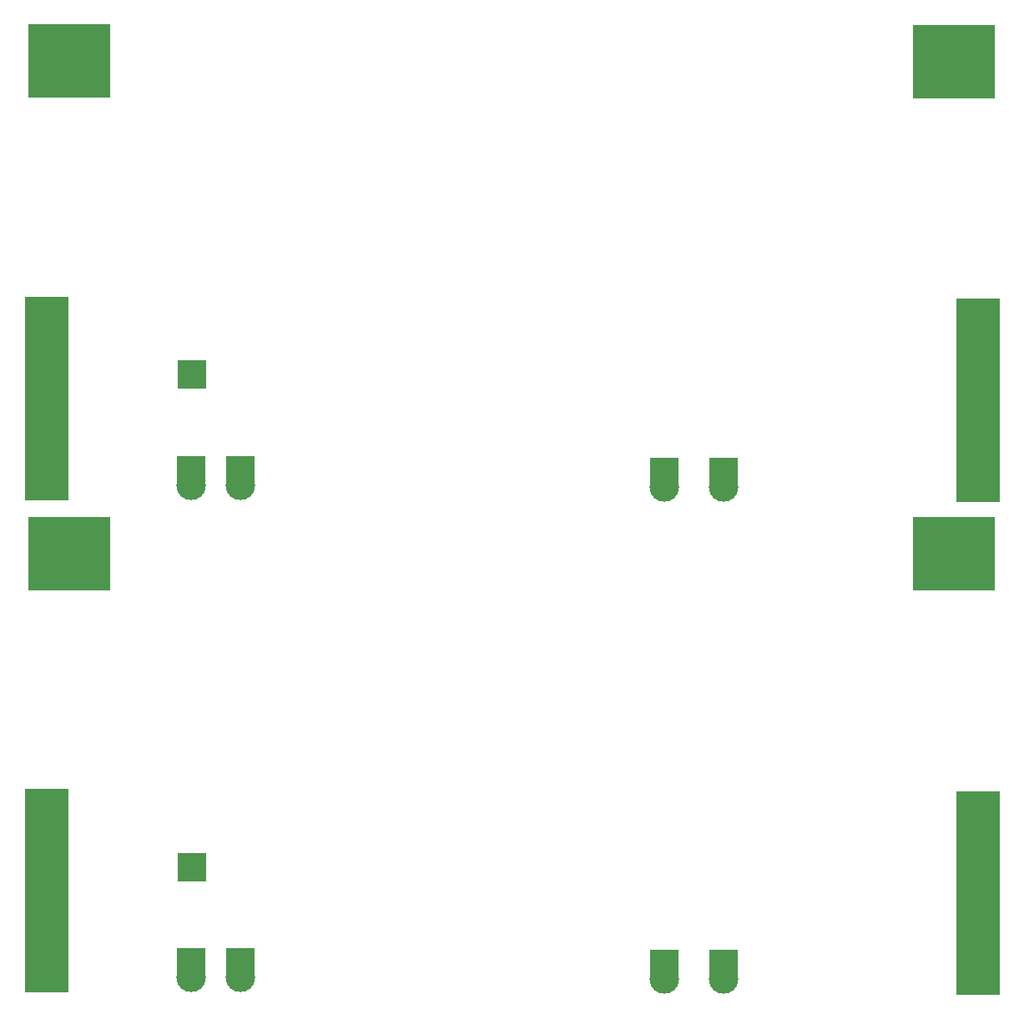
<source format=gtp>
G04*
G04 #@! TF.GenerationSoftware,Altium Limited,Altium Designer,21.0.8 (223)*
G04*
G04 Layer_Color=8421504*
%FSLAX44Y44*%
%MOMM*%
G71*
G04*
G04 #@! TF.SameCoordinates,78419CC2-0C4D-43F0-A895-43AD8DE1811A*
G04*
G04*
G04 #@! TF.FilePolarity,Positive*
G04*
G01*
G75*
%ADD12C,3.0000*%
%ADD13R,3.0000X3.0000*%
%ADD16R,8.3250X7.5750*%
%ADD17R,4.5000X20.7000*%
D12*
X984740Y287200D02*
D03*
X924240D02*
D03*
X444240Y288950D02*
D03*
X494240D02*
D03*
X984740Y787200D02*
D03*
X924240D02*
D03*
X444240Y788950D02*
D03*
X494240D02*
D03*
D13*
X984740Y302200D02*
D03*
X924240D02*
D03*
X444990Y400950D02*
D03*
X444240Y303950D02*
D03*
X494240D02*
D03*
X984740Y802200D02*
D03*
X924240D02*
D03*
X444990Y900950D02*
D03*
X444240Y803950D02*
D03*
X494240D02*
D03*
D16*
X1218560Y718742D02*
D03*
X320365Y719325D02*
D03*
X1218560Y1218742D02*
D03*
X320365Y1219325D02*
D03*
D17*
X297740Y376950D02*
D03*
X1242490Y374840D02*
D03*
X297740Y876950D02*
D03*
X1242490Y874840D02*
D03*
M02*

</source>
